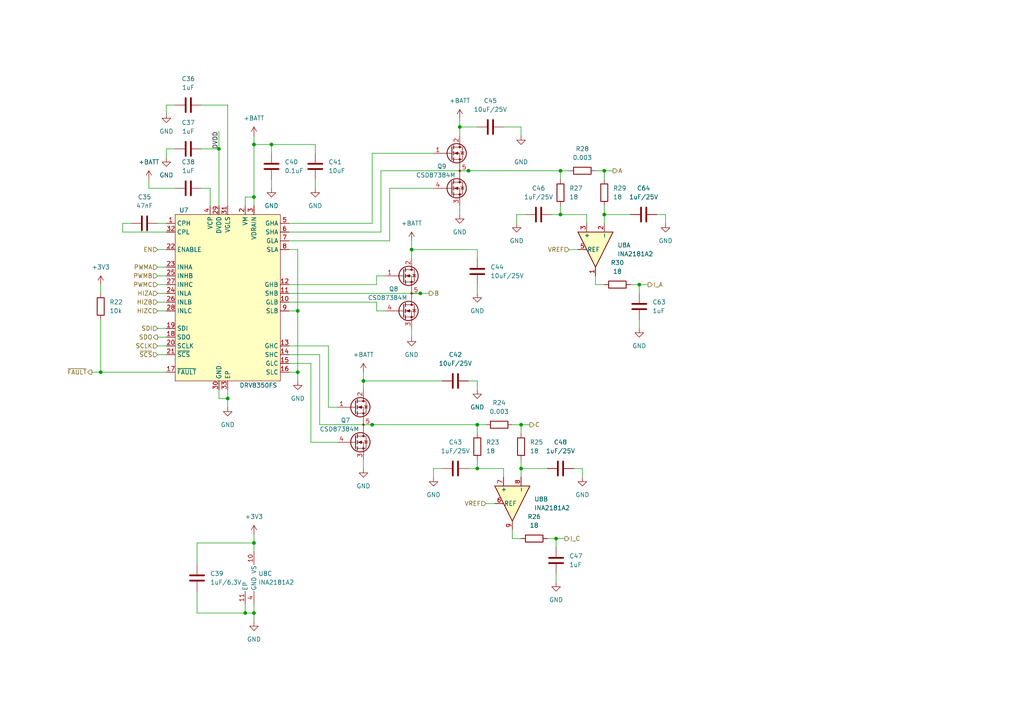
<source format=kicad_sch>
(kicad_sch (version 20210621) (generator eeschema)
  (paper "A4")
  (lib_symbols
    (symbol "Device:C" (pin_numbers hide) (pin_names (offset 0.254))
      (property "Reference" "C" (at 0.635 2.54 0))
      (property "Value" "C" (at 0.635 -2.54 0))
      (symbol "C_0_1"
        (polyline (pts (xy -2.032 -0.762) (xy 2.032 -0.762)) (stroke (width 0.508)))
        (polyline (pts (xy -2.032 0.762) (xy 2.032 0.762)) (stroke (width 0.508)))
      )
      (symbol "C_1_1"
        (pin passive line (at 0 3.81 270) (length 2.794) (name "~") (number "1"))
        (pin passive line (at 0 -3.81 90) (length 2.794) (name "~") (number "2"))
      )
    )
    (symbol "Device:R" (pin_numbers hide) (pin_names (offset 0))
      (property "Reference" "R" (at 2.032 0 90))
      (property "Value" "R" (at 0 0 90))
      (symbol "R_0_1"
        (rectangle (start -1.016 -2.54) (end 1.016 2.54) (stroke (width 0.254)))
      )
      (symbol "R_1_1"
        (pin passive line (at 0 3.81 270) (length 1.27) (name "~") (number "1"))
        (pin passive line (at 0 -3.81 90) (length 1.27) (name "~") (number "2"))
      )
    )
    (symbol "multiesc_symbols:CSD87384M" (pin_names hide)
      (property "Reference" "Q" (at 5.08 4.445 0))
      (property "Value" "CSD87384M" (at 5.08 2.54 0))
      (symbol "CSD87384M_0_1"
        (circle (center 1.651 -5.08) (radius 2.794) (stroke (width 0.254)))
        (circle (center 1.651 5.08) (radius 2.794) (stroke (width 0.254)))
        (circle (center 2.54 -6.858) (radius 0.254) (fill (type outline)))
        (circle (center 2.54 -3.302) (radius 0.254) (fill (type outline)))
        (circle (center 2.54 0) (radius 0.254) (fill (type outline)))
        (circle (center 2.54 3.302) (radius 0.254) (fill (type outline)))
        (circle (center 2.54 6.858) (radius 0.254) (fill (type outline)))
        (polyline (pts (xy 0.254 -5.08) (xy -2.54 -5.08)))
        (polyline (pts (xy 0.254 -3.175) (xy 0.254 -6.985)) (stroke (width 0.254)))
        (polyline (pts (xy 0.254 5.08) (xy -2.54 5.08)))
        (polyline (pts (xy 0.254 6.985) (xy 0.254 3.175)) (stroke (width 0.254)))
        (polyline (pts (xy 0.762 -6.35) (xy 0.762 -7.366)) (stroke (width 0.254)))
        (polyline (pts (xy 0.762 -4.572) (xy 0.762 -5.588)) (stroke (width 0.254)))
        (polyline (pts (xy 0.762 -2.794) (xy 0.762 -3.81)) (stroke (width 0.254)))
        (polyline (pts (xy 0.762 3.81) (xy 0.762 2.794)) (stroke (width 0.254)))
        (polyline (pts (xy 0.762 5.588) (xy 0.762 4.572)) (stroke (width 0.254)))
        (polyline (pts (xy 0.762 7.366) (xy 0.762 6.35)) (stroke (width 0.254)))
        (polyline (pts (xy 2.54 7.62) (xy 2.54 6.858)))
        (polyline (pts (xy 2.54 -7.62) (xy 2.54 -5.08) (xy 0.762 -5.08)))
        (polyline (pts (xy 2.54 -3.302) (xy 2.54 5.08) (xy 0.762 5.08)))
        (polyline (pts (xy 0.762 -6.858) (xy 3.302 -6.858) (xy 3.302 -3.302) (xy 0.762 -3.302)))
        (polyline (pts (xy 0.762 3.302) (xy 3.302 3.302) (xy 3.302 6.858) (xy 0.762 6.858)))
        (polyline (pts (xy 2.794 -4.572) (xy 2.921 -4.699) (xy 3.683 -4.699) (xy 3.81 -4.826)))
        (polyline (pts (xy 2.794 5.588) (xy 2.921 5.461) (xy 3.683 5.461) (xy 3.81 5.334)))
        (polyline (pts (xy 3.302 -4.699) (xy 2.921 -5.334) (xy 3.683 -5.334) (xy 3.302 -4.699)))
        (polyline (pts (xy 3.302 5.461) (xy 2.921 4.826) (xy 3.683 4.826) (xy 3.302 5.461)))
        (polyline (pts (xy 1.016 -5.08) (xy 2.032 -4.699) (xy 2.032 -5.461) (xy 1.016 -5.08)) (fill (type outline)))
        (polyline (pts (xy 1.016 5.08) (xy 2.032 5.461) (xy 2.032 4.699) (xy 1.016 5.08)) (fill (type outline)))
      )
      (symbol "CSD87384M_1_1"
        (pin input line (at -5.08 5.08 0) (length 2.54) (name "G1") (number "1"))
        (pin passive line (at 2.54 10.16 270) (length 2.54) (name "D1") (number "2"))
        (pin passive line (at 2.54 -10.16 90) (length 2.54) (name "S2") (number "3"))
        (pin input line (at -5.08 -5.08 0) (length 2.54) (name "G2") (number "4"))
        (pin passive line (at 5.08 0 180) (length 2.54) (name "S1/D2") (number "5"))
      )
    )
    (symbol "multiesc_symbols:DRV8350FS"
      (property "Reference" "U" (at -13.97 31.75 0))
      (property "Value" "DRV8350FS" (at -11.43 -31.75 0))
      (symbol "DRV8350FS_0_1"
        (rectangle (start -15.24 30.48) (end 15.24 -17.78) (stroke (width 0.1524)) (fill (type background)))
      )
      (symbol "DRV8350FS_1_1"
        (pin passive line (at -17.78 27.94 0) (length 2.54) (name "CPH") (number "1"))
        (pin output line (at 17.78 5.08 180) (length 2.54) (name "GLB") (number "10"))
        (pin input line (at 17.78 7.62 180) (length 2.54) (name "SHB") (number "11"))
        (pin output line (at 17.78 10.16 180) (length 2.54) (name "GHB") (number "12"))
        (pin output line (at 17.78 -7.62 180) (length 2.54) (name "GHC") (number "13"))
        (pin input line (at 17.78 -10.16 180) (length 2.54) (name "SHC") (number "14"))
        (pin output line (at 17.78 -12.7 180) (length 2.54) (name "GLC") (number "15"))
        (pin input line (at 17.78 -15.24 180) (length 2.54) (name "SLC") (number "16"))
        (pin open_collector line (at -17.78 -15.24 0) (length 2.54) (name "~{FAULT}") (number "17"))
        (pin open_collector line (at -17.78 -5.08 0) (length 2.54) (name "SDO") (number "18"))
        (pin input line (at -17.78 -2.54 0) (length 2.54) (name "SDI") (number "19"))
        (pin power_in line (at 5.08 33.02 270) (length 2.54) (name "VM") (number "2"))
        (pin input line (at -17.78 -7.62 0) (length 2.54) (name "SCLK") (number "20"))
        (pin input line (at -17.78 -10.16 0) (length 2.54) (name "~{SCS}") (number "21"))
        (pin input line (at -17.78 20.32 0) (length 2.54) (name "ENABLE") (number "22"))
        (pin input line (at -17.78 15.24 0) (length 2.54) (name "INHA") (number "23"))
        (pin input line (at -17.78 7.62 0) (length 2.54) (name "INLA") (number "24"))
        (pin input line (at -17.78 12.7 0) (length 2.54) (name "INHB") (number "25"))
        (pin input line (at -17.78 5.08 0) (length 2.54) (name "INLB") (number "26"))
        (pin input line (at -17.78 10.16 0) (length 2.54) (name "INHC") (number "27"))
        (pin input line (at -17.78 2.54 0) (length 2.54) (name "INLC") (number "28"))
        (pin power_out line (at -2.54 33.02 270) (length 2.54) (name "DVDD") (number "29"))
        (pin input line (at 7.62 33.02 270) (length 2.54) (name "VDRAIN") (number "3"))
        (pin power_in line (at -2.54 -20.32 90) (length 2.54) (name "GND") (number "30"))
        (pin power_out line (at 0 33.02 270) (length 2.54) (name "VGLS") (number "31"))
        (pin passive line (at -17.78 25.4 0) (length 2.54) (name "CPL") (number "32"))
        (pin power_in line (at 0 -20.32 90) (length 2.54) (name "EP") (number "33"))
        (pin power_out line (at -5.08 33.02 270) (length 2.54) (name "VCP") (number "4"))
        (pin output line (at 17.78 27.94 180) (length 2.54) (name "GHA") (number "5"))
        (pin input line (at 17.78 25.4 180) (length 2.54) (name "SHA") (number "6"))
        (pin output line (at 17.78 22.86 180) (length 2.54) (name "GLA") (number "7"))
        (pin input line (at 17.78 20.32 180) (length 2.54) (name "SLA") (number "8"))
        (pin input line (at 17.78 2.54 180) (length 2.54) (name "SLB") (number "9"))
      )
    )
    (symbol "multiesc_symbols:INA2181" (pin_names (offset 0.127))
      (property "Reference" "U" (at 2.54 2.54 0))
      (property "Value" "INA2181" (at 0 -5.08 0))
      (symbol "INA2181_1_1"
        (polyline (pts (xy -5.08 5.08) (xy 5.08 0) (xy -5.08 -5.08) (xy -5.08 5.08)) (stroke (width 0.254)) (fill (type background)))
        (pin output line (at 7.62 0 180) (length 2.54) (name "~") (number "1"))
        (pin input line (at -7.62 -2.54 0) (length 2.54) (name "-") (number "2"))
        (pin input line (at -7.62 2.54 0) (length 2.54) (name "+") (number "3"))
        (pin input line (at 0 5.08 270) (length 2.54) (name "REF") (number "5"))
      )
      (symbol "INA2181_2_1"
        (polyline (pts (xy -5.08 5.08) (xy 5.08 0) (xy -5.08 -5.08) (xy -5.08 5.08)) (stroke (width 0.254)) (fill (type background)))
        (pin input line (at 0 5.08 270) (length 2.54) (name "REF") (number "6"))
        (pin input line (at -7.62 2.54 0) (length 2.54) (name "+") (number "7"))
        (pin input line (at -7.62 -2.54 0) (length 2.54) (name "-") (number "8"))
        (pin output line (at 7.62 0 180) (length 2.54) (name "~") (number "9"))
      )
      (symbol "INA2181_3_1"
        (pin power_in line (at -2.54 7.62 270) (length 3.81) (name "VS") (number "10"))
        (pin passive line (at -5.08 -7.62 90) (length 3.81) (name "EP") (number "11"))
        (pin power_in line (at -2.54 -7.62 90) (length 3.81) (name "GND") (number "4"))
      )
    )
    (symbol "power:+3.3V" (power) (pin_names (offset 0))
      (property "Value" "+3.3V" (at 0 3.556 0))
      (symbol "+3.3V_0_1"
        (polyline (pts (xy -0.762 1.27) (xy 0 2.54)))
        (polyline (pts (xy 0 0) (xy 0 2.54)))
        (polyline (pts (xy 0 2.54) (xy 0.762 1.27)))
      )
      (symbol "+3.3V_1_1"
        (pin power_in line (at 0 0 90) (length 0) hide (name "+3V3") (number "1"))
      )
    )
    (symbol "power:+BATT" (power) (pin_names (offset 0))
      (property "Value" "+BATT" (at 0 3.556 0))
      (symbol "+BATT_0_1"
        (polyline (pts (xy -0.762 1.27) (xy 0 2.54)))
        (polyline (pts (xy 0 0) (xy 0 2.54)))
        (polyline (pts (xy 0 2.54) (xy 0.762 1.27)))
      )
      (symbol "+BATT_1_1"
        (pin power_in line (at 0 0 90) (length 0) hide (name "+BATT") (number "1"))
      )
    )
    (symbol "power:GND" (power) (pin_names (offset 0))
      (property "Value" "GND" (at 0 -3.81 0))
      (symbol "GND_0_1"
        (polyline (pts (xy 0 0) (xy 0 -1.27) (xy 1.27 -1.27) (xy 0 -2.54) (xy -1.27 -1.27) (xy 0 -1.27)))
      )
      (symbol "GND_1_1"
        (pin power_in line (at 0 0 270) (length 0) hide (name "GND") (number "1"))
      )
    )
  )
  (junction (at 29.21 107.95) (diameter 0.9144))
  (junction (at 63.5 43.18) (diameter 0.9144))
  (junction (at 66.04 115.57) (diameter 0.9144))
  (junction (at 71.12 177.8) (diameter 0.9144))
  (junction (at 73.66 41.91) (diameter 0.9144))
  (junction (at 73.66 57.15) (diameter 0.9144))
  (junction (at 73.66 157.48) (diameter 0.9144))
  (junction (at 73.66 177.8) (diameter 0.9144))
  (junction (at 78.74 41.91) (diameter 0.9144))
  (junction (at 86.36 90.17) (diameter 0.9144))
  (junction (at 86.36 107.95) (diameter 0.9144))
  (junction (at 105.41 110.49) (diameter 0.9144))
  (junction (at 107.95 123.19) (diameter 0.9144))
  (junction (at 119.38 72.39) (diameter 0.9144))
  (junction (at 121.92 85.09) (diameter 0.9144))
  (junction (at 133.35 36.83) (diameter 0.9144))
  (junction (at 135.89 49.53) (diameter 0.9144))
  (junction (at 138.43 123.19) (diameter 0.9144))
  (junction (at 138.43 135.89) (diameter 0.9144))
  (junction (at 151.13 123.19) (diameter 0.9144))
  (junction (at 151.13 135.89) (diameter 0.9144))
  (junction (at 161.29 156.21) (diameter 0.9144))
  (junction (at 162.56 49.53) (diameter 0.9144))
  (junction (at 162.56 62.23) (diameter 0.9144))
  (junction (at 175.26 49.53) (diameter 0.9144))
  (junction (at 175.26 62.23) (diameter 0.9144))
  (junction (at 185.42 82.55) (diameter 0.9144))
  (wire (pts (xy 26.67 107.95) (xy 29.21 107.95)))
  (wire (pts (xy 29.21 82.55) (xy 29.21 85.09)))
  (wire (pts (xy 29.21 107.95) (xy 29.21 92.71)))
  (wire (pts (xy 29.21 107.95) (xy 48.26 107.95)))
  (wire (pts (xy 35.56 64.77) (xy 38.1 64.77)))
  (wire (pts (xy 35.56 67.31) (xy 35.56 64.77)))
  (wire (pts (xy 43.18 54.61) (xy 43.18 52.07)))
  (wire (pts (xy 43.18 54.61) (xy 50.8 54.61)))
  (wire (pts (xy 45.72 64.77) (xy 48.26 64.77)))
  (wire (pts (xy 45.72 72.39) (xy 48.26 72.39)))
  (wire (pts (xy 45.72 77.47) (xy 48.26 77.47)))
  (wire (pts (xy 45.72 80.01) (xy 48.26 80.01)))
  (wire (pts (xy 45.72 82.55) (xy 48.26 82.55)))
  (wire (pts (xy 45.72 85.09) (xy 48.26 85.09)))
  (wire (pts (xy 45.72 87.63) (xy 48.26 87.63)))
  (wire (pts (xy 45.72 90.17) (xy 48.26 90.17)))
  (wire (pts (xy 45.72 102.87) (xy 48.26 102.87)))
  (wire (pts (xy 48.26 30.48) (xy 48.26 33.02)))
  (wire (pts (xy 48.26 43.18) (xy 48.26 45.72)))
  (wire (pts (xy 48.26 67.31) (xy 35.56 67.31)))
  (wire (pts (xy 48.26 95.25) (xy 45.72 95.25)))
  (wire (pts (xy 48.26 97.79) (xy 45.72 97.79)))
  (wire (pts (xy 48.26 100.33) (xy 45.72 100.33)))
  (wire (pts (xy 50.8 30.48) (xy 48.26 30.48)))
  (wire (pts (xy 50.8 43.18) (xy 48.26 43.18)))
  (wire (pts (xy 57.15 157.48) (xy 73.66 157.48)))
  (wire (pts (xy 57.15 163.83) (xy 57.15 157.48)))
  (wire (pts (xy 57.15 171.45) (xy 57.15 177.8)))
  (wire (pts (xy 57.15 177.8) (xy 71.12 177.8)))
  (wire (pts (xy 58.42 30.48) (xy 66.04 30.48)))
  (wire (pts (xy 58.42 43.18) (xy 63.5 43.18)))
  (wire (pts (xy 58.42 54.61) (xy 60.96 54.61)))
  (wire (pts (xy 60.96 54.61) (xy 60.96 59.69)))
  (wire (pts (xy 63.5 38.1) (xy 63.5 43.18)))
  (wire (pts (xy 63.5 43.18) (xy 63.5 59.69)))
  (wire (pts (xy 63.5 113.03) (xy 63.5 115.57)))
  (wire (pts (xy 63.5 115.57) (xy 66.04 115.57)))
  (wire (pts (xy 66.04 30.48) (xy 66.04 59.69)))
  (wire (pts (xy 66.04 113.03) (xy 66.04 115.57)))
  (wire (pts (xy 66.04 115.57) (xy 66.04 118.11)))
  (wire (pts (xy 71.12 57.15) (xy 73.66 57.15)))
  (wire (pts (xy 71.12 59.69) (xy 71.12 57.15)))
  (wire (pts (xy 71.12 175.26) (xy 71.12 177.8)))
  (wire (pts (xy 71.12 177.8) (xy 73.66 177.8)))
  (wire (pts (xy 73.66 41.91) (xy 73.66 39.37)))
  (wire (pts (xy 73.66 41.91) (xy 73.66 57.15)))
  (wire (pts (xy 73.66 57.15) (xy 73.66 59.69)))
  (wire (pts (xy 73.66 154.94) (xy 73.66 157.48)))
  (wire (pts (xy 73.66 157.48) (xy 73.66 160.02)))
  (wire (pts (xy 73.66 175.26) (xy 73.66 177.8)))
  (wire (pts (xy 73.66 177.8) (xy 73.66 180.34)))
  (wire (pts (xy 78.74 41.91) (xy 73.66 41.91)))
  (wire (pts (xy 78.74 41.91) (xy 78.74 44.45)))
  (wire (pts (xy 78.74 52.07) (xy 78.74 54.61)))
  (wire (pts (xy 83.82 72.39) (xy 86.36 72.39)))
  (wire (pts (xy 83.82 85.09) (xy 121.92 85.09)))
  (wire (pts (xy 83.82 90.17) (xy 86.36 90.17)))
  (wire (pts (xy 86.36 72.39) (xy 86.36 90.17)))
  (wire (pts (xy 86.36 90.17) (xy 86.36 107.95)))
  (wire (pts (xy 86.36 107.95) (xy 83.82 107.95)))
  (wire (pts (xy 86.36 110.49) (xy 86.36 107.95)))
  (wire (pts (xy 90.17 105.41) (xy 83.82 105.41)))
  (wire (pts (xy 90.17 128.27) (xy 90.17 105.41)))
  (wire (pts (xy 91.44 41.91) (xy 78.74 41.91)))
  (wire (pts (xy 91.44 44.45) (xy 91.44 41.91)))
  (wire (pts (xy 91.44 52.07) (xy 91.44 54.61)))
  (wire (pts (xy 92.71 102.87) (xy 83.82 102.87)))
  (wire (pts (xy 92.71 123.19) (xy 92.71 102.87)))
  (wire (pts (xy 95.25 100.33) (xy 83.82 100.33)))
  (wire (pts (xy 95.25 118.11) (xy 95.25 100.33)))
  (wire (pts (xy 97.79 118.11) (xy 95.25 118.11)))
  (wire (pts (xy 97.79 128.27) (xy 90.17 128.27)))
  (wire (pts (xy 105.41 107.95) (xy 105.41 110.49)))
  (wire (pts (xy 105.41 110.49) (xy 105.41 113.03)))
  (wire (pts (xy 105.41 110.49) (xy 128.27 110.49)))
  (wire (pts (xy 105.41 133.35) (xy 105.41 135.89)))
  (wire (pts (xy 107.95 44.45) (xy 107.95 64.77)))
  (wire (pts (xy 107.95 44.45) (xy 125.73 44.45)))
  (wire (pts (xy 107.95 64.77) (xy 83.82 64.77)))
  (wire (pts (xy 107.95 123.19) (xy 92.71 123.19)))
  (wire (pts (xy 107.95 123.19) (xy 138.43 123.19)))
  (wire (pts (xy 109.22 80.01) (xy 109.22 82.55)))
  (wire (pts (xy 109.22 82.55) (xy 83.82 82.55)))
  (wire (pts (xy 109.22 87.63) (xy 83.82 87.63)))
  (wire (pts (xy 109.22 90.17) (xy 109.22 87.63)))
  (wire (pts (xy 110.49 49.53) (xy 110.49 67.31)))
  (wire (pts (xy 110.49 49.53) (xy 135.89 49.53)))
  (wire (pts (xy 110.49 67.31) (xy 83.82 67.31)))
  (wire (pts (xy 111.76 80.01) (xy 109.22 80.01)))
  (wire (pts (xy 111.76 90.17) (xy 109.22 90.17)))
  (wire (pts (xy 113.03 54.61) (xy 113.03 69.85)))
  (wire (pts (xy 113.03 54.61) (xy 125.73 54.61)))
  (wire (pts (xy 113.03 69.85) (xy 83.82 69.85)))
  (wire (pts (xy 119.38 69.85) (xy 119.38 72.39)))
  (wire (pts (xy 119.38 72.39) (xy 119.38 74.93)))
  (wire (pts (xy 119.38 95.25) (xy 119.38 97.79)))
  (wire (pts (xy 121.92 85.09) (xy 124.46 85.09)))
  (wire (pts (xy 125.73 135.89) (xy 128.27 135.89)))
  (wire (pts (xy 125.73 138.43) (xy 125.73 135.89)))
  (wire (pts (xy 133.35 34.29) (xy 133.35 36.83)))
  (wire (pts (xy 133.35 36.83) (xy 133.35 39.37)))
  (wire (pts (xy 133.35 36.83) (xy 138.43 36.83)))
  (wire (pts (xy 133.35 59.69) (xy 133.35 62.23)))
  (wire (pts (xy 135.89 49.53) (xy 162.56 49.53)))
  (wire (pts (xy 135.89 110.49) (xy 138.43 110.49)))
  (wire (pts (xy 138.43 72.39) (xy 119.38 72.39)))
  (wire (pts (xy 138.43 74.93) (xy 138.43 72.39)))
  (wire (pts (xy 138.43 82.55) (xy 138.43 85.09)))
  (wire (pts (xy 138.43 113.03) (xy 138.43 110.49)))
  (wire (pts (xy 138.43 123.19) (xy 140.97 123.19)))
  (wire (pts (xy 138.43 125.73) (xy 138.43 123.19)))
  (wire (pts (xy 138.43 133.35) (xy 138.43 135.89)))
  (wire (pts (xy 138.43 135.89) (xy 135.89 135.89)))
  (wire (pts (xy 140.97 146.05) (xy 143.51 146.05)))
  (wire (pts (xy 146.05 36.83) (xy 151.13 36.83)))
  (wire (pts (xy 146.05 135.89) (xy 138.43 135.89)))
  (wire (pts (xy 146.05 138.43) (xy 146.05 135.89)))
  (wire (pts (xy 148.59 123.19) (xy 151.13 123.19)))
  (wire (pts (xy 148.59 153.67) (xy 148.59 156.21)))
  (wire (pts (xy 149.86 62.23) (xy 152.4 62.23)))
  (wire (pts (xy 149.86 64.77) (xy 149.86 62.23)))
  (wire (pts (xy 151.13 36.83) (xy 151.13 39.37)))
  (wire (pts (xy 151.13 123.19) (xy 151.13 125.73)))
  (wire (pts (xy 151.13 123.19) (xy 153.67 123.19)))
  (wire (pts (xy 151.13 133.35) (xy 151.13 135.89)))
  (wire (pts (xy 151.13 135.89) (xy 151.13 138.43)))
  (wire (pts (xy 151.13 156.21) (xy 148.59 156.21)))
  (wire (pts (xy 158.75 135.89) (xy 151.13 135.89)))
  (wire (pts (xy 161.29 156.21) (xy 158.75 156.21)))
  (wire (pts (xy 161.29 156.21) (xy 163.83 156.21)))
  (wire (pts (xy 161.29 158.75) (xy 161.29 156.21)))
  (wire (pts (xy 161.29 168.91) (xy 161.29 166.37)))
  (wire (pts (xy 162.56 49.53) (xy 165.1 49.53)))
  (wire (pts (xy 162.56 52.07) (xy 162.56 49.53)))
  (wire (pts (xy 162.56 59.69) (xy 162.56 62.23)))
  (wire (pts (xy 162.56 62.23) (xy 160.02 62.23)))
  (wire (pts (xy 165.1 72.39) (xy 167.64 72.39)))
  (wire (pts (xy 168.91 135.89) (xy 166.37 135.89)))
  (wire (pts (xy 168.91 138.43) (xy 168.91 135.89)))
  (wire (pts (xy 170.18 62.23) (xy 162.56 62.23)))
  (wire (pts (xy 170.18 64.77) (xy 170.18 62.23)))
  (wire (pts (xy 172.72 49.53) (xy 175.26 49.53)))
  (wire (pts (xy 172.72 80.01) (xy 172.72 82.55)))
  (wire (pts (xy 175.26 49.53) (xy 175.26 52.07)))
  (wire (pts (xy 175.26 49.53) (xy 177.8 49.53)))
  (wire (pts (xy 175.26 59.69) (xy 175.26 62.23)))
  (wire (pts (xy 175.26 62.23) (xy 175.26 64.77)))
  (wire (pts (xy 175.26 82.55) (xy 172.72 82.55)))
  (wire (pts (xy 182.88 62.23) (xy 175.26 62.23)))
  (wire (pts (xy 185.42 82.55) (xy 182.88 82.55)))
  (wire (pts (xy 185.42 82.55) (xy 187.96 82.55)))
  (wire (pts (xy 185.42 85.09) (xy 185.42 82.55)))
  (wire (pts (xy 185.42 95.25) (xy 185.42 92.71)))
  (wire (pts (xy 193.04 62.23) (xy 190.5 62.23)))
  (wire (pts (xy 193.04 64.77) (xy 193.04 62.23)))
  (label "DVDD" (at 63.5 38.1 270))
  (hierarchical_label "~{FAULT}" (shape output) (at 26.67 107.95 180))
  (hierarchical_label "EN" (shape input) (at 45.72 72.39 180))
  (hierarchical_label "PWMA" (shape input) (at 45.72 77.47 180))
  (hierarchical_label "PWMB" (shape input) (at 45.72 80.01 180))
  (hierarchical_label "PWMC" (shape input) (at 45.72 82.55 180))
  (hierarchical_label "HIZA" (shape input) (at 45.72 85.09 180))
  (hierarchical_label "HIZB" (shape input) (at 45.72 87.63 180))
  (hierarchical_label "HIZC" (shape input) (at 45.72 90.17 180))
  (hierarchical_label "SDI" (shape input) (at 45.72 95.25 180))
  (hierarchical_label "SDO" (shape output) (at 45.72 97.79 180))
  (hierarchical_label "SCLK" (shape input) (at 45.72 100.33 180))
  (hierarchical_label "~{SCS}" (shape input) (at 45.72 102.87 180))
  (hierarchical_label "B" (shape output) (at 124.46 85.09 0))
  (hierarchical_label "VREF" (shape input) (at 140.97 146.05 180))
  (hierarchical_label "C" (shape output) (at 153.67 123.19 0))
  (hierarchical_label "I_C" (shape output) (at 163.83 156.21 0))
  (hierarchical_label "VREF" (shape input) (at 165.1 72.39 180))
  (hierarchical_label "A" (shape output) (at 177.8 49.53 0))
  (hierarchical_label "I_A" (shape output) (at 187.96 82.55 0))
  (symbol (lib_id "power:+3.3V") (at 29.21 82.55 0) (unit 1)
    (property "Reference" "#PWR0174" (effects hide))
    (property "Value" "+3.3V" (at 29.21 77.47 0))
  )
  (symbol (lib_id "power:+BATT") (at 43.18 52.07 0) (unit 1)
    (property "Reference" "#PWR0185" (effects hide))
    (property "Value" "+BATT" (at 43.18 46.99 0))
  )
  (symbol (lib_id "power:+BATT") (at 73.66 39.37 0) (unit 1)
    (property "Reference" "#PWR0179" (effects hide))
    (property "Value" "+BATT" (at 73.66 34.29 0))
  )
  (symbol (lib_id "power:+3.3V") (at 73.66 154.94 0) (unit 1)
    (property "Reference" "#PWR0170" (effects hide))
    (property "Value" "+3.3V" (at 73.66 149.86 0))
  )
  (symbol (lib_id "power:+BATT") (at 105.41 107.95 0) (unit 1)
    (property "Reference" "#PWR0161" (effects hide))
    (property "Value" "+BATT" (at 105.41 102.87 0))
  )
  (symbol (lib_id "power:+BATT") (at 119.38 69.85 0) (unit 1)
    (property "Reference" "#PWR0181" (effects hide))
    (property "Value" "+BATT" (at 119.38 64.77 0))
  )
  (symbol (lib_id "power:+BATT") (at 133.35 34.29 0) (unit 1)
    (property "Reference" "#PWR0184" (effects hide))
    (property "Value" "+BATT" (at 133.35 29.21 0))
  )
  (symbol (lib_id "power:GND") (at 48.26 33.02 0) (unit 1)
    (property "Reference" "#PWR0188" (effects hide))
    (property "Value" "GND" (at 48.26 38.1 0))
  )
  (symbol (lib_id "power:GND") (at 48.26 45.72 0) (unit 1)
    (property "Reference" "#PWR0186" (effects hide))
    (property "Value" "GND" (at 48.26 50.8 0))
  )
  (symbol (lib_id "power:GND") (at 66.04 118.11 0) (unit 1)
    (property "Reference" "#PWR0172" (effects hide))
    (property "Value" "GND" (at 66.04 123.19 0))
  )
  (symbol (lib_id "power:GND") (at 73.66 180.34 0) (unit 1)
    (property "Reference" "#PWR0173" (effects hide))
    (property "Value" "GND" (at 73.66 185.42 0))
  )
  (symbol (lib_id "power:GND") (at 78.74 54.61 0) (unit 1)
    (property "Reference" "#PWR0180" (effects hide))
    (property "Value" "GND" (at 78.74 59.69 0))
  )
  (symbol (lib_id "power:GND") (at 86.36 110.49 0) (unit 1)
    (property "Reference" "#PWR0171" (effects hide))
    (property "Value" "GND" (at 86.36 115.57 0))
  )
  (symbol (lib_id "power:GND") (at 91.44 54.61 0) (unit 1)
    (property "Reference" "#PWR0178" (effects hide))
    (property "Value" "GND" (at 91.44 59.69 0))
  )
  (symbol (lib_id "power:GND") (at 105.41 135.89 0) (unit 1)
    (property "Reference" "#PWR0166" (effects hide))
    (property "Value" "GND" (at 105.41 140.97 0))
  )
  (symbol (lib_id "power:GND") (at 119.38 97.79 0) (unit 1)
    (property "Reference" "#PWR0162" (effects hide))
    (property "Value" "GND" (at 119.38 102.87 0))
  )
  (symbol (lib_id "power:GND") (at 125.73 138.43 0) (unit 1)
    (property "Reference" "#PWR0164" (effects hide))
    (property "Value" "GND" (at 125.73 143.51 0))
  )
  (symbol (lib_id "power:GND") (at 133.35 62.23 0) (unit 1)
    (property "Reference" "#PWR0177" (effects hide))
    (property "Value" "GND" (at 133.35 67.31 0))
  )
  (symbol (lib_id "power:GND") (at 138.43 85.09 0) (unit 1)
    (property "Reference" "#PWR0168" (effects hide))
    (property "Value" "GND" (at 138.43 90.17 0))
  )
  (symbol (lib_id "power:GND") (at 138.43 113.03 0) (unit 1)
    (property "Reference" "#PWR0167" (effects hide))
    (property "Value" "GND" (at 138.43 118.11 0))
  )
  (symbol (lib_id "power:GND") (at 149.86 64.77 0) (unit 1)
    (property "Reference" "#PWR0183" (effects hide))
    (property "Value" "GND" (at 149.86 69.85 0))
  )
  (symbol (lib_id "power:GND") (at 151.13 39.37 0) (unit 1)
    (property "Reference" "#PWR0182" (effects hide))
    (property "Value" "GND" (at 151.13 46.99 0))
  )
  (symbol (lib_id "power:GND") (at 161.29 168.91 0) (unit 1)
    (property "Reference" "#PWR0165" (effects hide))
    (property "Value" "GND" (at 161.29 173.99 0))
  )
  (symbol (lib_id "power:GND") (at 168.91 138.43 0) (unit 1)
    (property "Reference" "#PWR0169" (effects hide))
    (property "Value" "GND" (at 168.91 143.51 0))
  )
  (symbol (lib_id "power:GND") (at 185.42 95.25 0) (unit 1)
    (property "Reference" "#PWR0176" (effects hide))
    (property "Value" "GND" (at 185.42 100.33 0))
  )
  (symbol (lib_id "power:GND") (at 193.04 64.77 0) (unit 1)
    (property "Reference" "#PWR0175" (effects hide))
    (property "Value" "GND" (at 193.04 69.85 0))
  )
  (symbol (lib_id "Device:R") (at 29.21 88.9 180) (unit 1)
    (property "Reference" "R22" (at 31.75 87.6299 0) (effects (justify right)))
    (property "Value" "10k" (at 31.75 90.1699 0) (effects (justify right)))
    (property "Footprint" "Resistor_SMD:R_0402_1005Metric" (effects hide))
  )
  (symbol (lib_id "Device:R") (at 138.43 129.54 180) (unit 1)
    (property "Reference" "R23" (at 140.97 128.2699 0) (effects (justify right)))
    (property "Value" "18" (at 140.97 130.8099 0) (effects (justify right)))
    (property "Footprint" "Resistor_SMD:R_0402_1005Metric" (effects hide))
  )
  (symbol (lib_id "Device:R") (at 144.78 123.19 90) (unit 1)
    (property "Reference" "R24" (at 144.78 116.84 90))
    (property "Value" "0.003" (at 144.78 119.38 90))
    (property "Footprint" "Resistor_SMD:R_0612_1632Metric" (effects hide))
  )
  (symbol (lib_id "Device:R") (at 151.13 129.54 180) (unit 1)
    (property "Reference" "R25" (at 153.67 128.2699 0) (effects (justify right)))
    (property "Value" "18" (at 153.67 130.8099 0) (effects (justify right)))
    (property "Footprint" "Resistor_SMD:R_0402_1005Metric" (effects hide))
  )
  (symbol (lib_id "Device:R") (at 154.94 156.21 270) (unit 1)
    (property "Reference" "R26" (at 154.94 149.86 90))
    (property "Value" "18" (at 154.94 152.4 90))
    (property "Footprint" "Resistor_SMD:R_0402_1005Metric" (effects hide))
  )
  (symbol (lib_id "Device:R") (at 162.56 55.88 180) (unit 1)
    (property "Reference" "R27" (at 165.1 54.6099 0) (effects (justify right)))
    (property "Value" "18" (at 165.1 57.1499 0) (effects (justify right)))
    (property "Footprint" "Resistor_SMD:R_0402_1005Metric" (effects hide))
  )
  (symbol (lib_id "Device:R") (at 168.91 49.53 90) (unit 1)
    (property "Reference" "R28" (at 168.91 43.18 90))
    (property "Value" "0.003" (at 168.91 45.72 90))
    (property "Footprint" "Resistor_SMD:R_0612_1632Metric" (effects hide))
  )
  (symbol (lib_id "Device:R") (at 175.26 55.88 180) (unit 1)
    (property "Reference" "R29" (at 177.8 54.6099 0) (effects (justify right)))
    (property "Value" "18" (at 177.8 57.1499 0) (effects (justify right)))
    (property "Footprint" "Resistor_SMD:R_0402_1005Metric" (effects hide))
  )
  (symbol (lib_id "Device:R") (at 179.07 82.55 270) (unit 1)
    (property "Reference" "R30" (at 179.07 76.2 90))
    (property "Value" "18" (at 179.07 78.74 90))
    (property "Footprint" "Resistor_SMD:R_0402_1005Metric" (effects hide))
  )
  (symbol (lib_id "Device:C") (at 41.91 64.77 90) (unit 1)
    (property "Reference" "C35" (at 41.91 57.15 90))
    (property "Value" "47nF" (at 41.91 59.69 90))
    (property "Footprint" "Capacitor_SMD:C_0402_1005Metric" (effects hide))
    (property "Digikey" "587-1225-1-ND" (effects hide))
  )
  (symbol (lib_id "Device:C") (at 54.61 30.48 270) (unit 1)
    (property "Reference" "C36" (at 54.61 22.86 90))
    (property "Value" "1uF" (at 54.61 25.4 90))
    (property "Footprint" "Capacitor_SMD:C_0603_1608Metric" (effects hide))
    (property "Digikey" "1276-1184-1-ND" (effects hide))
  )
  (symbol (lib_id "Device:C") (at 54.61 43.18 270) (unit 1)
    (property "Reference" "C37" (at 54.61 35.56 90))
    (property "Value" "1uF" (at 54.61 38.1 90))
    (property "Footprint" "Capacitor_SMD:C_0603_1608Metric" (effects hide))
    (property "Digikey" "1276-1184-1-ND" (effects hide))
  )
  (symbol (lib_id "Device:C") (at 54.61 54.61 270) (unit 1)
    (property "Reference" "C38" (at 54.61 46.99 90))
    (property "Value" "1uF" (at 54.61 49.53 90))
    (property "Footprint" "Capacitor_SMD:C_0603_1608Metric" (effects hide))
    (property "Digikey" "1276-1184-1-ND" (effects hide))
  )
  (symbol (lib_id "Device:C") (at 57.15 167.64 0) (unit 1)
    (property "Reference" "C39" (at 60.96 166.3699 0) (effects (justify left)))
    (property "Value" "1uF{slash}6.3V" (at 60.96 168.9099 0) (effects (justify left)))
    (property "Footprint" "Capacitor_SMD:C_0402_1005Metric" (effects hide))
    (property "Digikey" "587-1225-1-ND" (effects hide))
  )
  (symbol (lib_id "Device:C") (at 78.74 48.26 180) (unit 1)
    (property "Reference" "C40" (at 82.55 46.9899 0) (effects (justify right)))
    (property "Value" "0.1uF" (at 82.55 49.5299 0) (effects (justify right)))
    (property "Footprint" "Capacitor_SMD:C_0402_1005Metric" (effects hide))
    (property "Digikey" "1276-6720-1-ND" (effects hide))
  )
  (symbol (lib_id "Device:C") (at 91.44 48.26 180) (unit 1)
    (property "Reference" "C41" (at 95.25 46.9899 0) (effects (justify right)))
    (property "Value" "10uF" (at 95.25 49.5299 0) (effects (justify right)))
    (property "Footprint" "Capacitor_SMD:C_0805_2012Metric" (effects hide))
    (property "Digikey" "587-6025-1-ND" (effects hide))
  )
  (symbol (lib_id "Device:C") (at 132.08 110.49 90) (unit 1)
    (property "Reference" "C42" (at 132.08 102.87 90))
    (property "Value" "10uF{slash}25V" (at 132.08 105.41 90))
    (property "Footprint" "Capacitor_SMD:C_0805_2012Metric" (effects hide))
    (property "Digikey" "587-6025-1-ND" (effects hide))
  )
  (symbol (lib_id "Device:C") (at 132.08 135.89 90) (unit 1)
    (property "Reference" "C43" (at 132.08 128.27 90))
    (property "Value" "1uF{slash}25V" (at 132.08 130.81 90))
    (property "Footprint" "Capacitor_SMD:C_0402_1005Metric" (effects hide))
    (property "Digikey" "587-1225-1-ND" (effects hide))
  )
  (symbol (lib_id "Device:C") (at 138.43 78.74 0) (unit 1)
    (property "Reference" "C44" (at 142.24 77.4699 0) (effects (justify left)))
    (property "Value" "10uF{slash}25V" (at 142.24 80.0099 0) (effects (justify left)))
    (property "Footprint" "Capacitor_SMD:C_0805_2012Metric" (effects hide))
    (property "Digikey" "587-6025-1-ND" (effects hide))
  )
  (symbol (lib_id "Device:C") (at 142.24 36.83 90) (unit 1)
    (property "Reference" "C45" (at 142.24 29.21 90))
    (property "Value" "10uF{slash}25V" (at 142.24 31.75 90))
    (property "Footprint" "Capacitor_SMD:C_0805_2012Metric" (effects hide))
    (property "Digikey" "587-6025-1-ND" (effects hide))
  )
  (symbol (lib_id "Device:C") (at 156.21 62.23 90) (unit 1)
    (property "Reference" "C46" (at 156.21 54.61 90))
    (property "Value" "1uF/25V" (at 156.21 57.15 90))
    (property "Footprint" "Capacitor_SMD:C_0402_1005Metric" (effects hide))
    (property "Digikey" "587-1225-1-ND" (effects hide))
  )
  (symbol (lib_id "Device:C") (at 161.29 162.56 180) (unit 1)
    (property "Reference" "C47" (at 165.1 161.2899 0) (effects (justify right)))
    (property "Value" "1uF" (at 165.1 163.8299 0) (effects (justify right)))
    (property "Footprint" "Capacitor_SMD:C_0402_1005Metric" (effects hide))
    (property "Digikey" "587-1225-1-ND" (effects hide))
  )
  (symbol (lib_id "Device:C") (at 162.56 135.89 90) (unit 1)
    (property "Reference" "C48" (at 162.56 128.27 90))
    (property "Value" "1uF/25V" (at 162.56 130.81 90))
    (property "Footprint" "Capacitor_SMD:C_0402_1005Metric" (effects hide))
    (property "Digikey" "587-1225-1-ND" (effects hide))
  )
  (symbol (lib_id "Device:C") (at 185.42 88.9 180) (unit 1)
    (property "Reference" "C63" (at 189.23 87.6299 0) (effects (justify right)))
    (property "Value" "1uF" (at 189.23 90.1699 0) (effects (justify right)))
    (property "Footprint" "Capacitor_SMD:C_0402_1005Metric" (effects hide))
    (property "Digikey" "587-1225-1-ND" (effects hide))
  )
  (symbol (lib_id "Device:C") (at 186.69 62.23 90) (unit 1)
    (property "Reference" "C64" (at 186.69 54.61 90))
    (property "Value" "1uF/25V" (at 186.69 57.15 90))
    (property "Footprint" "Capacitor_SMD:C_0402_1005Metric" (effects hide))
    (property "Digikey" "587-1225-1-ND" (effects hide))
  )
  (symbol (lib_id "multiesc_symbols:INA2181") (at 76.2 167.64 0) (unit 3)
    (property "Reference" "U8" (at 74.93 166.3699 0) (effects (justify left)))
    (property "Value" "INA2181A2" (at 74.93 168.9099 0) (effects (justify left)))
    (property "Footprint" "multiesc_footprints:Texas_DSQ0010A" (effects hide))
  )
  (symbol (lib_id "multiesc_symbols:INA2181") (at 148.59 146.05 90) (mirror x) (unit 2)
    (property "Reference" "U8" (at 154.94 144.7799 90) (effects (justify right)))
    (property "Value" "INA2181A2" (at 154.94 147.3199 90) (effects (justify right)))
    (property "Footprint" "multiesc_footprints:Texas_DSQ0010A" (effects hide))
  )
  (symbol (lib_id "multiesc_symbols:INA2181") (at 172.72 72.39 90) (mirror x) (unit 1)
    (property "Reference" "U8" (at 179.07 71.1199 90) (effects (justify right)))
    (property "Value" "INA2181A2" (at 179.07 73.6599 90) (effects (justify right)))
    (property "Footprint" "multiesc_footprints:Texas_DSQ0010A" (effects hide))
  )
  (symbol (lib_id "multiesc_symbols:CSD87384M") (at 102.87 123.19 0) (unit 1)
    (property "Reference" "Q7" (at 101.6 121.9199 0) (effects (justify right)))
    (property "Value" "CSD87384M" (at 92.71 124.4599 0) (effects (justify left)))
    (property "Footprint" "multiesc_footprints:Texas_CSD87384M" (effects hide))
  )
  (symbol (lib_id "multiesc_symbols:CSD87384M") (at 116.84 85.09 0) (unit 1)
    (property "Reference" "Q8" (at 115.57 83.8199 0) (effects (justify right)))
    (property "Value" "CSD87384M" (at 106.68 86.3599 0) (effects (justify left)))
    (property "Footprint" "multiesc_footprints:Texas_CSD87384M" (effects hide))
  )
  (symbol (lib_id "multiesc_symbols:CSD87384M") (at 130.81 49.53 0) (unit 1)
    (property "Reference" "Q9" (at 129.54 48.2599 0) (effects (justify right)))
    (property "Value" "CSD87384M" (at 120.65 50.7999 0) (effects (justify left)))
    (property "Footprint" "multiesc_footprints:Texas_CSD87384M" (effects hide))
  )
  (symbol (lib_id "multiesc_symbols:DRV8350FS") (at 66.04 92.71 0) (unit 1)
    (property "Reference" "U7" (at 53.34 60.96 0))
    (property "Value" "DRV8350FS" (at 74.93 111.76 0))
    (property "Footprint" "Package_DFN_QFN:Texas_S-PVQFN-N32_EP3.45x3.45mm" (effects hide))
    (property "Datasheet" "https://www.ti.com/lit/ds/symlink/drv8353f.pdf" (effects hide))
  )
)
</source>
